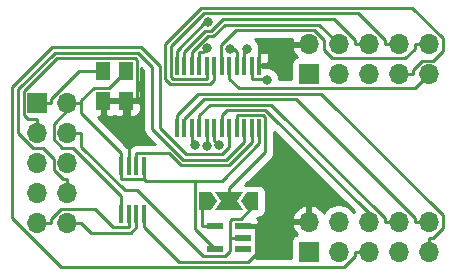
<source format=gtl>
%TF.GenerationSoftware,KiCad,Pcbnew,(5.1.6-0-10_14)*%
%TF.CreationDate,2020-09-10T16:31:07+09:00*%
%TF.ProjectId,qPCR-ledcontrol,71504352-2d6c-4656-9463-6f6e74726f6c,rev?*%
%TF.SameCoordinates,Original*%
%TF.FileFunction,Copper,L1,Top*%
%TF.FilePolarity,Positive*%
%FSLAX46Y46*%
G04 Gerber Fmt 4.6, Leading zero omitted, Abs format (unit mm)*
G04 Created by KiCad (PCBNEW (5.1.6-0-10_14)) date 2020-09-10 16:31:07*
%MOMM*%
%LPD*%
G01*
G04 APERTURE LIST*
%TA.AperFunction,SMDPad,CuDef*%
%ADD10C,0.100000*%
%TD*%
%TA.AperFunction,Conductor*%
%ADD11C,0.100000*%
%TD*%
%TA.AperFunction,ComponentPad*%
%ADD12O,1.700000X1.700000*%
%TD*%
%TA.AperFunction,ComponentPad*%
%ADD13R,1.700000X1.700000*%
%TD*%
%TA.AperFunction,SMDPad,CuDef*%
%ADD14R,1.473200X0.558800*%
%TD*%
%TA.AperFunction,SMDPad,CuDef*%
%ADD15R,0.457200X1.524000*%
%TD*%
%TA.AperFunction,SMDPad,CuDef*%
%ADD16R,0.355600X1.600200*%
%TD*%
%TA.AperFunction,SMDPad,CuDef*%
%ADD17R,1.250000X1.500000*%
%TD*%
%TA.AperFunction,ViaPad*%
%ADD18C,0.800000*%
%TD*%
%TA.AperFunction,Conductor*%
%ADD19C,0.250000*%
%TD*%
%TA.AperFunction,Conductor*%
%ADD20C,0.254000*%
%TD*%
G04 APERTURE END LIST*
%TA.AperFunction,SMDPad,CuDef*%
D10*
%TO.P,JP1,1*%
%TO.N,LED_PWM*%
G36*
X104245000Y-85730100D02*
G01*
X104745000Y-84980100D01*
X105745000Y-84980100D01*
X105745000Y-86480100D01*
X104745000Y-86480100D01*
X104245000Y-85730100D01*
G37*
%TD.AperFunction*%
%TA.AperFunction,Conductor*%
D11*
%TD*%
%TO.N,LED_BLANK*%
%TO.C,JP1*%
G36*
X102545000Y-85730100D02*
G01*
X102045000Y-84980100D01*
X104445000Y-84980100D01*
X103945000Y-85730100D01*
X104445000Y-86480100D01*
X102045000Y-86480100D01*
X102545000Y-85730100D01*
G37*
%TD.AperFunction*%
%TA.AperFunction,SMDPad,CuDef*%
D10*
%TO.P,JP1,3*%
%TO.N,Net-(JP1-Pad3)*%
G36*
X102245000Y-85730100D02*
G01*
X101745000Y-86480100D01*
X100745000Y-86480100D01*
X100745000Y-84980100D01*
X101745000Y-84980100D01*
X102245000Y-85730100D01*
G37*
%TD.AperFunction*%
%TD*%
D12*
%TO.P,N_CONN1,10*%
%TO.N,N_LED_OUT2*%
X120160000Y-72460000D03*
%TO.P,N_CONN1,9*%
%TO.N,N_LED_OUT1*%
X120160000Y-75000000D03*
%TO.P,N_CONN1,8*%
%TO.N,N_LED_OUT4*%
X117620000Y-72460000D03*
%TO.P,N_CONN1,7*%
%TO.N,N_LED_OUT3*%
X117620000Y-75000000D03*
%TO.P,N_CONN1,6*%
%TO.N,N_LED_OUT7*%
X115080000Y-72460000D03*
%TO.P,N_CONN1,5*%
%TO.N,N_LED_OUT8*%
X115080000Y-75000000D03*
%TO.P,N_CONN1,4*%
%TO.N,N_LED_OUT6*%
X112540000Y-72460000D03*
%TO.P,N_CONN1,3*%
%TO.N,VCC_LED*%
X112540000Y-75000000D03*
%TO.P,N_CONN1,2*%
%TO.N,GND*%
X110000000Y-72460000D03*
D13*
%TO.P,N_CONN1,1*%
%TO.N,N_LED_OUT5*%
X110000000Y-75000000D03*
%TD*%
%TO.P,S_CONN1,1*%
%TO.N,S_LED_OUT5*%
X110000000Y-90000000D03*
D12*
%TO.P,S_CONN1,2*%
%TO.N,GND*%
X110000000Y-87460000D03*
%TO.P,S_CONN1,3*%
%TO.N,VCC_LED*%
X112540000Y-90000000D03*
%TO.P,S_CONN1,4*%
%TO.N,S_LED_OUT6*%
X112540000Y-87460000D03*
%TO.P,S_CONN1,5*%
%TO.N,S_LED_OUT8*%
X115080000Y-90000000D03*
%TO.P,S_CONN1,6*%
%TO.N,S_LED_OUT7*%
X115080000Y-87460000D03*
%TO.P,S_CONN1,7*%
%TO.N,S_LED_OUT3*%
X117620000Y-90000000D03*
%TO.P,S_CONN1,8*%
%TO.N,S_LED_OUT4*%
X117620000Y-87460000D03*
%TO.P,S_CONN1,9*%
%TO.N,S_LED_OUT1*%
X120160000Y-90000000D03*
%TO.P,S_CONN1,10*%
%TO.N,S_LED_OUT2*%
X120160000Y-87460000D03*
%TD*%
%TO.P,U1,10*%
%TO.N,I2C_SDA*%
X89575600Y-87580000D03*
%TO.P,U1,9*%
%TO.N,I2C_SCL*%
X87035600Y-87580000D03*
%TO.P,U1,8*%
%TO.N,LED_SPI_MISO*%
X89575600Y-85040000D03*
%TO.P,U1,7*%
%TO.N,LED_SPI_MOSI*%
X87035600Y-85040000D03*
%TO.P,U1,6*%
%TO.N,LED_SPI_SCLK*%
X89575600Y-82500000D03*
%TO.P,U1,5*%
%TO.N,LED_LAT*%
X87035600Y-82500000D03*
%TO.P,U1,4*%
%TO.N,LED_PWM*%
X89575600Y-79960000D03*
%TO.P,U1,3*%
%TO.N,GND*%
X87035600Y-79960000D03*
%TO.P,U1,2*%
%TO.N,VCC_LOGIC*%
X89575600Y-77420000D03*
D13*
%TO.P,U1,1*%
%TO.N,VCC_LED*%
X87035600Y-77420000D03*
%TD*%
D14*
%TO.P,U2,5*%
%TO.N,VCC_LOGIC*%
X102051200Y-89761101D03*
%TO.P,U2,4*%
%TO.N,Net-(JP1-Pad3)*%
X102051200Y-87861099D03*
%TO.P,U2,3*%
%TO.N,GND*%
X104438800Y-87861099D03*
%TO.P,U2,2*%
%TO.N,LED_PWM*%
X104438800Y-88811100D03*
%TO.P,U2,1*%
%TO.N,Net-(U2-Pad1)*%
X104438800Y-89761101D03*
%TD*%
D15*
%TO.P,U3,8*%
%TO.N,VCC_LOGIC*%
X94120101Y-82761900D03*
%TO.P,U3,7*%
%TO.N,GND*%
X94770099Y-82761900D03*
%TO.P,U3,6*%
%TO.N,/LED_IREF*%
X95420101Y-82761900D03*
%TO.P,U3,5*%
%TO.N,VCC_LOGIC*%
X96070099Y-82761900D03*
%TO.P,U3,4*%
%TO.N,GND*%
X96070099Y-86849100D03*
%TO.P,U3,3*%
%TO.N,I2C_SDA*%
X95420101Y-86849100D03*
%TO.P,U3,2*%
%TO.N,I2C_SCL*%
X94770099Y-86849100D03*
%TO.P,U3,1*%
%TO.N,VCC_LOGIC*%
X94120101Y-86849100D03*
%TD*%
D16*
%TO.P,U4,24*%
%TO.N,VCC_LOGIC*%
X105834500Y-79573100D03*
%TO.P,U4,23*%
%TO.N,/LED_IREF*%
X105199500Y-79573100D03*
%TO.P,U4,22*%
%TO.N,LED_SPI_MISO*%
X104564500Y-79573100D03*
%TO.P,U4,21*%
%TO.N,LED_BLANK*%
X103929500Y-79573100D03*
%TO.P,U4,20*%
%TO.N,S_LED_OUT8*%
X103294500Y-79573100D03*
%TO.P,U4,19*%
%TO.N,S_LED_OUT7*%
X102659500Y-79573100D03*
%TO.P,U4,18*%
%TO.N,S_LED_OUT6*%
X102024500Y-79573100D03*
%TO.P,U4,17*%
%TO.N,S_LED_OUT5*%
X101389500Y-79573100D03*
%TO.P,U4,16*%
%TO.N,S_LED_OUT4*%
X100754500Y-79573100D03*
%TO.P,U4,15*%
%TO.N,S_LED_OUT3*%
X100119500Y-79573100D03*
%TO.P,U4,14*%
%TO.N,S_LED_OUT2*%
X99484500Y-79573100D03*
%TO.P,U4,13*%
%TO.N,S_LED_OUT1*%
X98849500Y-79573100D03*
%TO.P,U4,12*%
%TO.N,N_LED_OUT8*%
X98849500Y-74264500D03*
%TO.P,U4,11*%
%TO.N,N_LED_OUT7*%
X99484500Y-74264500D03*
%TO.P,U4,10*%
%TO.N,N_LED_OUT6*%
X100119500Y-74264500D03*
%TO.P,U4,9*%
%TO.N,N_LED_OUT5*%
X100754500Y-74264500D03*
%TO.P,U4,8*%
%TO.N,N_LED_OUT4*%
X101389500Y-74264500D03*
%TO.P,U4,7*%
%TO.N,N_LED_OUT3*%
X102024500Y-74264500D03*
%TO.P,U4,6*%
%TO.N,N_LED_OUT2*%
X102659500Y-74264500D03*
%TO.P,U4,5*%
%TO.N,N_LED_OUT1*%
X103294500Y-74264500D03*
%TO.P,U4,4*%
%TO.N,LED_LAT*%
X103929500Y-74264500D03*
%TO.P,U4,3*%
%TO.N,LED_SPI_SCLK*%
X104564500Y-74264500D03*
%TO.P,U4,2*%
%TO.N,LED_SPI_MOSI*%
X105199500Y-74264500D03*
%TO.P,U4,1*%
%TO.N,GND*%
X105834500Y-74264500D03*
%TD*%
D17*
%TO.P,C1,2*%
%TO.N,GND*%
X94510900Y-77219200D03*
%TO.P,C1,1*%
%TO.N,VCC_LOGIC*%
X94510900Y-74719200D03*
%TD*%
%TO.P,C2,1*%
%TO.N,VCC_LED*%
X92628700Y-74719200D03*
%TO.P,C2,2*%
%TO.N,GND*%
X92628700Y-77219200D03*
%TD*%
D18*
%TO.N,N_LED_OUT8*%
X101439400Y-70575000D03*
%TO.N,N_LED_OUT5*%
X101420600Y-72796800D03*
%TO.N,S_LED_OUT5*%
X101409400Y-81022100D03*
%TO.N,S_LED_OUT6*%
X102409800Y-80996700D03*
%TO.N,S_LED_OUT3*%
X100409000Y-80991600D03*
%TO.N,LED_SPI_MOSI*%
X106494100Y-75440000D03*
%TO.N,LED_SPI_SCLK*%
X104784700Y-72846100D03*
%TO.N,LED_LAT*%
X103340900Y-72851600D03*
%TD*%
D19*
%TO.N,LED_PWM*%
X89575600Y-79960000D02*
X90750900Y-79960000D01*
X103376900Y-88811100D02*
X103376900Y-89940900D01*
X103376900Y-89940900D02*
X102928700Y-90389100D01*
X102928700Y-90389100D02*
X101094100Y-90389100D01*
X101094100Y-90389100D02*
X95498100Y-84793100D01*
X95498100Y-84793100D02*
X94408700Y-84793100D01*
X94408700Y-84793100D02*
X90750900Y-81135300D01*
X90750900Y-81135300D02*
X90750900Y-79960000D01*
X103489500Y-88811100D02*
X103376900Y-88811100D01*
X103376900Y-88811100D02*
X103376900Y-87384200D01*
X103376900Y-87384200D02*
X103504800Y-87256300D01*
X103504800Y-87256300D02*
X104244600Y-87256300D01*
X104244600Y-87256300D02*
X105245000Y-86255900D01*
X105245000Y-86255900D02*
X105245000Y-85730100D01*
X104438800Y-88811100D02*
X103489500Y-88811100D01*
%TO.N,LED_BLANK*%
X103929500Y-79573100D02*
X103929500Y-78447700D01*
X103245000Y-85730100D02*
X103245000Y-84654800D01*
X103245000Y-84654800D02*
X106344800Y-81555000D01*
X106344800Y-81555000D02*
X106344800Y-78640600D01*
X106344800Y-78640600D02*
X106151900Y-78447700D01*
X106151900Y-78447700D02*
X103929500Y-78447700D01*
%TO.N,Net-(JP1-Pad3)*%
X102051200Y-87861100D02*
X100989300Y-87861100D01*
X100989300Y-87861100D02*
X100989300Y-85985800D01*
X100989300Y-85985800D02*
X101245000Y-85730100D01*
%TO.N,N_LED_OUT2*%
X120160000Y-72460000D02*
X118984700Y-72460000D01*
X102659500Y-74264500D02*
X102593400Y-74198400D01*
X102593400Y-74198400D02*
X102593400Y-72538800D01*
X102593400Y-72538800D02*
X103852000Y-71280200D01*
X103852000Y-71280200D02*
X110486600Y-71280200D01*
X110486600Y-71280200D02*
X111270000Y-72063600D01*
X111270000Y-72063600D02*
X111270000Y-72947800D01*
X111270000Y-72947800D02*
X111957500Y-73635300D01*
X111957500Y-73635300D02*
X118176800Y-73635300D01*
X118176800Y-73635300D02*
X118984700Y-72827400D01*
X118984700Y-72827400D02*
X118984700Y-72460000D01*
%TO.N,N_LED_OUT1*%
X103294500Y-74264500D02*
X103294500Y-75389900D01*
X103294500Y-75389900D02*
X104080000Y-76175400D01*
X104080000Y-76175400D02*
X118984600Y-76175400D01*
X118984600Y-76175400D02*
X120160000Y-75000000D01*
%TO.N,N_LED_OUT4*%
X117620000Y-72460000D02*
X116444700Y-72460000D01*
X101389500Y-74264500D02*
X101389500Y-75389900D01*
X101389500Y-75389900D02*
X98475400Y-75389900D01*
X98475400Y-75389900D02*
X98309100Y-75223600D01*
X98309100Y-75223600D02*
X98309100Y-72618700D01*
X98309100Y-72618700D02*
X101104300Y-69823500D01*
X101104300Y-69823500D02*
X114175500Y-69823500D01*
X114175500Y-69823500D02*
X116444700Y-72092700D01*
X116444700Y-72092700D02*
X116444700Y-72460000D01*
%TO.N,N_LED_OUT3*%
X117620000Y-75000000D02*
X118795300Y-75000000D01*
X102024500Y-74264500D02*
X102024500Y-75430400D01*
X102024500Y-75430400D02*
X101606400Y-75848500D01*
X101606400Y-75848500D02*
X98277400Y-75848500D01*
X98277400Y-75848500D02*
X97853200Y-75424300D01*
X97853200Y-75424300D02*
X97853200Y-72385600D01*
X97853200Y-72385600D02*
X100903400Y-69335400D01*
X100903400Y-69335400D02*
X118723500Y-69335400D01*
X118723500Y-69335400D02*
X121338700Y-71950600D01*
X121338700Y-71950600D02*
X121338700Y-73032100D01*
X121338700Y-73032100D02*
X120546100Y-73824700D01*
X120546100Y-73824700D02*
X119603200Y-73824700D01*
X119603200Y-73824700D02*
X118795300Y-74632600D01*
X118795300Y-74632600D02*
X118795300Y-75000000D01*
%TO.N,N_LED_OUT7*%
X99484500Y-74264500D02*
X99484500Y-73070000D01*
X99484500Y-73070000D02*
X101254200Y-71300300D01*
X101254200Y-71300300D02*
X101739900Y-71300300D01*
X101739900Y-71300300D02*
X102716400Y-70323800D01*
X102716400Y-70323800D02*
X112135800Y-70323800D01*
X112135800Y-70323800D02*
X113904700Y-72092700D01*
X113904700Y-72092700D02*
X113904700Y-72460000D01*
X115080000Y-72460000D02*
X113904700Y-72460000D01*
%TO.N,N_LED_OUT8*%
X98849500Y-74264500D02*
X98849500Y-72988600D01*
X98849500Y-72988600D02*
X101263100Y-70575000D01*
X101263100Y-70575000D02*
X101439400Y-70575000D01*
%TO.N,N_LED_OUT6*%
X100119500Y-73139100D02*
X100119500Y-73072000D01*
X100119500Y-73072000D02*
X101440900Y-71750600D01*
X101440900Y-71750600D02*
X101926500Y-71750600D01*
X101926500Y-71750600D02*
X102899500Y-70777600D01*
X102899500Y-70777600D02*
X110857600Y-70777600D01*
X110857600Y-70777600D02*
X112540000Y-72460000D01*
X100119500Y-74264500D02*
X100119500Y-73139100D01*
%TO.N,VCC_LED*%
X87035600Y-77420000D02*
X88210900Y-77420000D01*
X92628700Y-74719200D02*
X90544400Y-74719200D01*
X90544400Y-74719200D02*
X88210900Y-77052700D01*
X88210900Y-77052700D02*
X88210900Y-77420000D01*
%TO.N,GND*%
X105553300Y-87861100D02*
X104438800Y-87861100D01*
X108824700Y-87460000D02*
X108423600Y-87861100D01*
X108423600Y-87861100D02*
X105553300Y-87861100D01*
X105553300Y-87861100D02*
X105553300Y-90171100D01*
X105553300Y-90171100D02*
X104874300Y-90850100D01*
X104874300Y-90850100D02*
X98983800Y-90850100D01*
X98983800Y-90850100D02*
X96070100Y-87936400D01*
X96070100Y-86849100D02*
X96070100Y-87936400D01*
X87035600Y-78784700D02*
X86227500Y-78784700D01*
X86227500Y-78784700D02*
X85860300Y-78417500D01*
X85860300Y-78417500D02*
X85860300Y-76434900D01*
X85860300Y-76434900D02*
X88695800Y-73599400D01*
X88695800Y-73599400D02*
X95290800Y-73599400D01*
X95290800Y-73599400D02*
X95461200Y-73769800D01*
X95461200Y-73769800D02*
X95461200Y-77219200D01*
X94770100Y-82761900D02*
X94770100Y-81674600D01*
X94759700Y-77219200D02*
X94759700Y-81664200D01*
X94759700Y-81664200D02*
X94770100Y-81674600D01*
X94759700Y-77219200D02*
X95461200Y-77219200D01*
X94510900Y-77219200D02*
X94759700Y-77219200D01*
X94510900Y-77219200D02*
X92628700Y-77219200D01*
X87035600Y-79960000D02*
X87035600Y-78784700D01*
X105834500Y-74264500D02*
X105834500Y-73139100D01*
X110000000Y-72460000D02*
X108824700Y-72460000D01*
X108824700Y-72460000D02*
X108145600Y-73139100D01*
X108145600Y-73139100D02*
X105834500Y-73139100D01*
X110000000Y-87460000D02*
X108824700Y-87460000D01*
%TO.N,N_LED_OUT5*%
X100754500Y-74264500D02*
X100754500Y-73139100D01*
X100754500Y-73139100D02*
X101078300Y-73139100D01*
X101078300Y-73139100D02*
X101420600Y-72796800D01*
%TO.N,S_LED_OUT5*%
X101389500Y-79573100D02*
X101389500Y-81002200D01*
X101389500Y-81002200D02*
X101409400Y-81022100D01*
%TO.N,S_LED_OUT6*%
X102409800Y-80996700D02*
X102024500Y-80611400D01*
X102024500Y-80611400D02*
X102024500Y-79573100D01*
%TO.N,S_LED_OUT8*%
X115080000Y-90000000D02*
X113904700Y-90000000D01*
X103294500Y-79573100D02*
X103294500Y-81179300D01*
X103294500Y-81179300D02*
X102698100Y-81775700D01*
X102698100Y-81775700D02*
X99606400Y-81775700D01*
X99606400Y-81775700D02*
X97402800Y-79572100D01*
X97402800Y-79572100D02*
X97402800Y-74310000D01*
X97402800Y-74310000D02*
X95791400Y-72698600D01*
X95791400Y-72698600D02*
X88306700Y-72698600D01*
X88306700Y-72698600D02*
X84909900Y-76095400D01*
X84909900Y-76095400D02*
X84909900Y-87152100D01*
X84909900Y-87152100D02*
X89058300Y-91300500D01*
X89058300Y-91300500D02*
X112971500Y-91300500D01*
X112971500Y-91300500D02*
X113904700Y-90367300D01*
X113904700Y-90367300D02*
X113904700Y-90000000D01*
%TO.N,S_LED_OUT7*%
X102659500Y-79573100D02*
X102659500Y-78447700D01*
X102659500Y-78447700D02*
X103109800Y-77997400D01*
X103109800Y-77997400D02*
X106341100Y-77997400D01*
X106341100Y-77997400D02*
X115080000Y-86736300D01*
X115080000Y-86736300D02*
X115080000Y-87460000D01*
%TO.N,S_LED_OUT3*%
X100119500Y-79573100D02*
X100119500Y-80702100D01*
X100119500Y-80702100D02*
X100409000Y-80991600D01*
%TO.N,S_LED_OUT4*%
X116444700Y-87460000D02*
X116444700Y-87155100D01*
X116444700Y-87155100D02*
X106836700Y-77547100D01*
X106836700Y-77547100D02*
X101655100Y-77547100D01*
X101655100Y-77547100D02*
X100754500Y-78447700D01*
X117620000Y-87460000D02*
X116444700Y-87460000D01*
X100754500Y-79573100D02*
X100754500Y-78447700D01*
%TO.N,S_LED_OUT1*%
X120160000Y-90000000D02*
X120160000Y-88824700D01*
X98849500Y-79573100D02*
X98849500Y-78447700D01*
X98849500Y-78447700D02*
X100659200Y-76638000D01*
X100659200Y-76638000D02*
X111038100Y-76638000D01*
X111038100Y-76638000D02*
X121335300Y-86935200D01*
X121335300Y-86935200D02*
X121335300Y-88016800D01*
X121335300Y-88016800D02*
X120527400Y-88824700D01*
X120527400Y-88824700D02*
X120160000Y-88824700D01*
%TO.N,S_LED_OUT2*%
X99484500Y-79573100D02*
X99484500Y-78756700D01*
X99484500Y-78756700D02*
X101152800Y-77088400D01*
X101152800Y-77088400D02*
X108919300Y-77088400D01*
X108919300Y-77088400D02*
X118984700Y-87153800D01*
X118984700Y-87153800D02*
X118984700Y-87460000D01*
X120160000Y-87460000D02*
X118984700Y-87460000D01*
%TO.N,I2C_SDA*%
X95420100Y-86849100D02*
X95420100Y-87936400D01*
X89575600Y-87580000D02*
X90750900Y-87580000D01*
X90750900Y-87580000D02*
X91561500Y-88390600D01*
X91561500Y-88390600D02*
X94965900Y-88390600D01*
X94965900Y-88390600D02*
X95420100Y-87936400D01*
%TO.N,I2C_SCL*%
X87035600Y-87580000D02*
X88210900Y-87580000D01*
X94770100Y-86849100D02*
X94770100Y-87936400D01*
X94770100Y-87936400D02*
X93412100Y-87936400D01*
X93412100Y-87936400D02*
X91880400Y-86404700D01*
X91880400Y-86404700D02*
X89018800Y-86404700D01*
X89018800Y-86404700D02*
X88210900Y-87212600D01*
X88210900Y-87212600D02*
X88210900Y-87580000D01*
%TO.N,LED_SPI_MISO*%
X89575600Y-83864700D02*
X89208200Y-83864700D01*
X89208200Y-83864700D02*
X88400300Y-83056800D01*
X88400300Y-83056800D02*
X88400300Y-82172800D01*
X88400300Y-82172800D02*
X87475400Y-81247900D01*
X87475400Y-81247900D02*
X86648000Y-81247900D01*
X86648000Y-81247900D02*
X85376100Y-79976000D01*
X85376100Y-79976000D02*
X85376100Y-76272100D01*
X85376100Y-76272100D02*
X88499200Y-73149000D01*
X88499200Y-73149000D02*
X95544400Y-73149000D01*
X95544400Y-73149000D02*
X96772100Y-74376700D01*
X96772100Y-74376700D02*
X96772100Y-79657900D01*
X96772100Y-79657900D02*
X99340200Y-82226000D01*
X99340200Y-82226000D02*
X103037000Y-82226000D01*
X103037000Y-82226000D02*
X104564500Y-80698500D01*
X89575600Y-85040000D02*
X89575600Y-83864700D01*
X104564500Y-79573100D02*
X104564500Y-80698500D01*
%TO.N,LED_SPI_MOSI*%
X105199500Y-75389900D02*
X106444000Y-75389900D01*
X106444000Y-75389900D02*
X106494100Y-75440000D01*
X105199500Y-74264500D02*
X105199500Y-75389900D01*
%TO.N,LED_SPI_SCLK*%
X104564500Y-73139100D02*
X104784700Y-72918900D01*
X104784700Y-72918900D02*
X104784700Y-72846100D01*
X104564500Y-74264500D02*
X104564500Y-73139100D01*
%TO.N,LED_LAT*%
X103929500Y-73139100D02*
X103642000Y-72851600D01*
X103642000Y-72851600D02*
X103340900Y-72851600D01*
X103929500Y-74264500D02*
X103929500Y-73139100D01*
%TO.N,VCC_LOGIC*%
X100375400Y-84001300D02*
X102661200Y-84001300D01*
X102661200Y-84001300D02*
X105834500Y-80828000D01*
X105834500Y-80828000D02*
X105834500Y-80698500D01*
X105834500Y-79573100D02*
X105834500Y-80698500D01*
X96070100Y-83849200D02*
X96222200Y-84001300D01*
X96222200Y-84001300D02*
X100375400Y-84001300D01*
X100375400Y-84001300D02*
X100375400Y-88085300D01*
X100375400Y-88085300D02*
X102051200Y-89761100D01*
X96070100Y-82761900D02*
X96070100Y-83849200D01*
X94120100Y-82761900D02*
X94120100Y-83849200D01*
X94120100Y-83849200D02*
X96070100Y-83849200D01*
X94120100Y-82218200D02*
X94120100Y-82761900D01*
X94120100Y-82218200D02*
X94120100Y-81674600D01*
X90163300Y-77420000D02*
X88400200Y-79183100D01*
X88400200Y-79183100D02*
X88400200Y-80485600D01*
X88400200Y-80485600D02*
X89144600Y-81230000D01*
X89144600Y-81230000D02*
X90075700Y-81230000D01*
X90075700Y-81230000D02*
X94120100Y-85274400D01*
X94120100Y-85274400D02*
X94120100Y-86849100D01*
X90163300Y-77420000D02*
X90750900Y-77420000D01*
X89575600Y-77420000D02*
X90163300Y-77420000D01*
X94120100Y-81674600D02*
X90750900Y-78305400D01*
X90750900Y-78305400D02*
X90750900Y-77420000D01*
X90750900Y-77420000D02*
X90750900Y-77199600D01*
X90750900Y-77199600D02*
X91833500Y-76117000D01*
X91833500Y-76117000D02*
X93113100Y-76117000D01*
X93113100Y-76117000D02*
X94510900Y-74719200D01*
%TO.N,/LED_IREF*%
X95420100Y-81674600D02*
X98151900Y-81674600D01*
X98151900Y-81674600D02*
X99153600Y-82676300D01*
X99153600Y-82676300D02*
X103274800Y-82676300D01*
X103274800Y-82676300D02*
X105199500Y-80751600D01*
X105199500Y-80751600D02*
X105199500Y-79573100D01*
X95420100Y-82761900D02*
X95420100Y-81674600D01*
%TD*%
D20*
%TO.N,GND*%
G36*
X113868743Y-86599845D02*
G01*
X113810000Y-86687760D01*
X113693475Y-86513368D01*
X113486632Y-86306525D01*
X113243411Y-86144010D01*
X112973158Y-86032068D01*
X112686260Y-85975000D01*
X112393740Y-85975000D01*
X112106842Y-86032068D01*
X111836589Y-86144010D01*
X111593368Y-86306525D01*
X111386525Y-86513368D01*
X111264805Y-86695534D01*
X111195178Y-86578645D01*
X111000269Y-86362412D01*
X110766920Y-86188359D01*
X110504099Y-86063175D01*
X110356890Y-86018524D01*
X110127000Y-86139845D01*
X110127000Y-87333000D01*
X110147000Y-87333000D01*
X110147000Y-87587000D01*
X110127000Y-87587000D01*
X110127000Y-87607000D01*
X109873000Y-87607000D01*
X109873000Y-87587000D01*
X108679186Y-87587000D01*
X108558519Y-87816891D01*
X108655843Y-88091252D01*
X108804822Y-88341355D01*
X108981626Y-88537502D01*
X108905820Y-88560498D01*
X108795506Y-88619463D01*
X108698815Y-88698815D01*
X108619463Y-88795506D01*
X108560498Y-88905820D01*
X108524188Y-89025518D01*
X108511928Y-89150000D01*
X108511928Y-90540500D01*
X105567105Y-90540500D01*
X105626585Y-90491686D01*
X105705937Y-90394995D01*
X105764902Y-90284681D01*
X105801212Y-90164983D01*
X105813472Y-90040501D01*
X105813472Y-89481701D01*
X105801212Y-89357219D01*
X105779638Y-89286101D01*
X105801212Y-89214982D01*
X105813472Y-89090500D01*
X105813472Y-88531700D01*
X105801212Y-88407218D01*
X105779621Y-88336043D01*
X105800834Y-88266865D01*
X105810400Y-88146849D01*
X105651650Y-87988099D01*
X105505453Y-87988099D01*
X105419580Y-87942198D01*
X105299882Y-87905888D01*
X105175400Y-87893628D01*
X104664472Y-87893628D01*
X104668876Y-87891274D01*
X104784601Y-87796301D01*
X104808404Y-87767298D01*
X104841602Y-87734099D01*
X105651650Y-87734099D01*
X105810400Y-87575349D01*
X105800834Y-87455333D01*
X105764164Y-87335745D01*
X105704867Y-87225609D01*
X105625224Y-87129157D01*
X105611756Y-87118172D01*
X105745000Y-87118172D01*
X105869482Y-87105912D01*
X105878722Y-87103109D01*
X108558519Y-87103109D01*
X108679186Y-87333000D01*
X109873000Y-87333000D01*
X109873000Y-86139845D01*
X109643110Y-86018524D01*
X109495901Y-86063175D01*
X109233080Y-86188359D01*
X108999731Y-86362412D01*
X108804822Y-86578645D01*
X108655843Y-86828748D01*
X108558519Y-87103109D01*
X105878722Y-87103109D01*
X105989180Y-87069602D01*
X106099494Y-87010637D01*
X106196185Y-86931285D01*
X106275537Y-86834594D01*
X106334502Y-86724280D01*
X106370812Y-86604582D01*
X106383072Y-86480100D01*
X106383072Y-84980100D01*
X106370812Y-84855618D01*
X106334502Y-84735920D01*
X106275537Y-84625606D01*
X106196185Y-84528915D01*
X106099494Y-84449563D01*
X105989180Y-84390598D01*
X105869482Y-84354288D01*
X105745000Y-84342028D01*
X104745000Y-84342028D01*
X104620217Y-84354384D01*
X106855804Y-82118798D01*
X106884801Y-82095001D01*
X106979774Y-81979276D01*
X107050346Y-81847247D01*
X107093803Y-81703986D01*
X107104800Y-81592333D01*
X107104800Y-81592324D01*
X107108476Y-81555001D01*
X107104800Y-81517678D01*
X107104800Y-79835901D01*
X113868743Y-86599845D01*
G37*
X113868743Y-86599845D02*
X113810000Y-86687760D01*
X113693475Y-86513368D01*
X113486632Y-86306525D01*
X113243411Y-86144010D01*
X112973158Y-86032068D01*
X112686260Y-85975000D01*
X112393740Y-85975000D01*
X112106842Y-86032068D01*
X111836589Y-86144010D01*
X111593368Y-86306525D01*
X111386525Y-86513368D01*
X111264805Y-86695534D01*
X111195178Y-86578645D01*
X111000269Y-86362412D01*
X110766920Y-86188359D01*
X110504099Y-86063175D01*
X110356890Y-86018524D01*
X110127000Y-86139845D01*
X110127000Y-87333000D01*
X110147000Y-87333000D01*
X110147000Y-87587000D01*
X110127000Y-87587000D01*
X110127000Y-87607000D01*
X109873000Y-87607000D01*
X109873000Y-87587000D01*
X108679186Y-87587000D01*
X108558519Y-87816891D01*
X108655843Y-88091252D01*
X108804822Y-88341355D01*
X108981626Y-88537502D01*
X108905820Y-88560498D01*
X108795506Y-88619463D01*
X108698815Y-88698815D01*
X108619463Y-88795506D01*
X108560498Y-88905820D01*
X108524188Y-89025518D01*
X108511928Y-89150000D01*
X108511928Y-90540500D01*
X105567105Y-90540500D01*
X105626585Y-90491686D01*
X105705937Y-90394995D01*
X105764902Y-90284681D01*
X105801212Y-90164983D01*
X105813472Y-90040501D01*
X105813472Y-89481701D01*
X105801212Y-89357219D01*
X105779638Y-89286101D01*
X105801212Y-89214982D01*
X105813472Y-89090500D01*
X105813472Y-88531700D01*
X105801212Y-88407218D01*
X105779621Y-88336043D01*
X105800834Y-88266865D01*
X105810400Y-88146849D01*
X105651650Y-87988099D01*
X105505453Y-87988099D01*
X105419580Y-87942198D01*
X105299882Y-87905888D01*
X105175400Y-87893628D01*
X104664472Y-87893628D01*
X104668876Y-87891274D01*
X104784601Y-87796301D01*
X104808404Y-87767298D01*
X104841602Y-87734099D01*
X105651650Y-87734099D01*
X105810400Y-87575349D01*
X105800834Y-87455333D01*
X105764164Y-87335745D01*
X105704867Y-87225609D01*
X105625224Y-87129157D01*
X105611756Y-87118172D01*
X105745000Y-87118172D01*
X105869482Y-87105912D01*
X105878722Y-87103109D01*
X108558519Y-87103109D01*
X108679186Y-87333000D01*
X109873000Y-87333000D01*
X109873000Y-86139845D01*
X109643110Y-86018524D01*
X109495901Y-86063175D01*
X109233080Y-86188359D01*
X108999731Y-86362412D01*
X108804822Y-86578645D01*
X108655843Y-86828748D01*
X108558519Y-87103109D01*
X105878722Y-87103109D01*
X105989180Y-87069602D01*
X106099494Y-87010637D01*
X106196185Y-86931285D01*
X106275537Y-86834594D01*
X106334502Y-86724280D01*
X106370812Y-86604582D01*
X106383072Y-86480100D01*
X106383072Y-84980100D01*
X106370812Y-84855618D01*
X106334502Y-84735920D01*
X106275537Y-84625606D01*
X106196185Y-84528915D01*
X106099494Y-84449563D01*
X105989180Y-84390598D01*
X105869482Y-84354288D01*
X105745000Y-84342028D01*
X104745000Y-84342028D01*
X104620217Y-84354384D01*
X106855804Y-82118798D01*
X106884801Y-82095001D01*
X106979774Y-81979276D01*
X107050346Y-81847247D01*
X107093803Y-81703986D01*
X107104800Y-81592333D01*
X107104800Y-81592324D01*
X107108476Y-81555001D01*
X107104800Y-81517678D01*
X107104800Y-79835901D01*
X113868743Y-86599845D01*
G36*
X96012100Y-74691502D02*
G01*
X96012101Y-79620568D01*
X96008424Y-79657900D01*
X96012101Y-79695233D01*
X96023098Y-79806886D01*
X96035486Y-79847724D01*
X96066554Y-79950146D01*
X96137126Y-80082176D01*
X96202718Y-80162099D01*
X96232100Y-80197901D01*
X96261098Y-80221699D01*
X96953999Y-80914600D01*
X95457433Y-80914600D01*
X95420100Y-80910923D01*
X95382767Y-80914600D01*
X95271114Y-80925597D01*
X95127853Y-80969054D01*
X94995824Y-81039626D01*
X94880099Y-81134599D01*
X94785126Y-81250324D01*
X94770100Y-81278435D01*
X94755074Y-81250324D01*
X94660101Y-81134599D01*
X94631103Y-81110801D01*
X92126462Y-78606160D01*
X92342950Y-78604200D01*
X92501700Y-78445450D01*
X92501700Y-77346200D01*
X92755700Y-77346200D01*
X92755700Y-78445450D01*
X92914450Y-78604200D01*
X93253700Y-78607272D01*
X93378182Y-78595012D01*
X93497880Y-78558702D01*
X93569800Y-78520259D01*
X93641720Y-78558702D01*
X93761418Y-78595012D01*
X93885900Y-78607272D01*
X94225150Y-78604200D01*
X94383900Y-78445450D01*
X94383900Y-77346200D01*
X94637900Y-77346200D01*
X94637900Y-78445450D01*
X94796650Y-78604200D01*
X95135900Y-78607272D01*
X95260382Y-78595012D01*
X95380080Y-78558702D01*
X95490394Y-78499737D01*
X95587085Y-78420385D01*
X95666437Y-78323694D01*
X95725402Y-78213380D01*
X95761712Y-78093682D01*
X95773972Y-77969200D01*
X95770900Y-77504950D01*
X95612150Y-77346200D01*
X94637900Y-77346200D01*
X94383900Y-77346200D01*
X92755700Y-77346200D01*
X92501700Y-77346200D01*
X92481700Y-77346200D01*
X92481700Y-77092200D01*
X92501700Y-77092200D01*
X92501700Y-77072200D01*
X92755700Y-77072200D01*
X92755700Y-77092200D01*
X94383900Y-77092200D01*
X94383900Y-77072200D01*
X94637900Y-77072200D01*
X94637900Y-77092200D01*
X95612150Y-77092200D01*
X95770900Y-76933450D01*
X95773972Y-76469200D01*
X95761712Y-76344718D01*
X95725402Y-76225020D01*
X95666437Y-76114706D01*
X95587085Y-76018015D01*
X95527604Y-75969200D01*
X95587085Y-75920385D01*
X95666437Y-75823694D01*
X95725402Y-75713380D01*
X95761712Y-75593682D01*
X95773972Y-75469200D01*
X95773972Y-74453374D01*
X96012100Y-74691502D01*
G37*
X96012100Y-74691502D02*
X96012101Y-79620568D01*
X96008424Y-79657900D01*
X96012101Y-79695233D01*
X96023098Y-79806886D01*
X96035486Y-79847724D01*
X96066554Y-79950146D01*
X96137126Y-80082176D01*
X96202718Y-80162099D01*
X96232100Y-80197901D01*
X96261098Y-80221699D01*
X96953999Y-80914600D01*
X95457433Y-80914600D01*
X95420100Y-80910923D01*
X95382767Y-80914600D01*
X95271114Y-80925597D01*
X95127853Y-80969054D01*
X94995824Y-81039626D01*
X94880099Y-81134599D01*
X94785126Y-81250324D01*
X94770100Y-81278435D01*
X94755074Y-81250324D01*
X94660101Y-81134599D01*
X94631103Y-81110801D01*
X92126462Y-78606160D01*
X92342950Y-78604200D01*
X92501700Y-78445450D01*
X92501700Y-77346200D01*
X92755700Y-77346200D01*
X92755700Y-78445450D01*
X92914450Y-78604200D01*
X93253700Y-78607272D01*
X93378182Y-78595012D01*
X93497880Y-78558702D01*
X93569800Y-78520259D01*
X93641720Y-78558702D01*
X93761418Y-78595012D01*
X93885900Y-78607272D01*
X94225150Y-78604200D01*
X94383900Y-78445450D01*
X94383900Y-77346200D01*
X94637900Y-77346200D01*
X94637900Y-78445450D01*
X94796650Y-78604200D01*
X95135900Y-78607272D01*
X95260382Y-78595012D01*
X95380080Y-78558702D01*
X95490394Y-78499737D01*
X95587085Y-78420385D01*
X95666437Y-78323694D01*
X95725402Y-78213380D01*
X95761712Y-78093682D01*
X95773972Y-77969200D01*
X95770900Y-77504950D01*
X95612150Y-77346200D01*
X94637900Y-77346200D01*
X94383900Y-77346200D01*
X92755700Y-77346200D01*
X92501700Y-77346200D01*
X92481700Y-77346200D01*
X92481700Y-77092200D01*
X92501700Y-77092200D01*
X92501700Y-77072200D01*
X92755700Y-77072200D01*
X92755700Y-77092200D01*
X94383900Y-77092200D01*
X94383900Y-77072200D01*
X94637900Y-77072200D01*
X94637900Y-77092200D01*
X95612150Y-77092200D01*
X95770900Y-76933450D01*
X95773972Y-76469200D01*
X95761712Y-76344718D01*
X95725402Y-76225020D01*
X95666437Y-76114706D01*
X95587085Y-76018015D01*
X95527604Y-75969200D01*
X95587085Y-75920385D01*
X95666437Y-75823694D01*
X95725402Y-75713380D01*
X95761712Y-75593682D01*
X95773972Y-75469200D01*
X95773972Y-74453374D01*
X96012100Y-74691502D01*
G36*
X87162600Y-79833000D02*
G01*
X87182600Y-79833000D01*
X87182600Y-80087000D01*
X87162600Y-80087000D01*
X87162600Y-80107000D01*
X86908600Y-80107000D01*
X86908600Y-80087000D01*
X86888600Y-80087000D01*
X86888600Y-79833000D01*
X86908600Y-79833000D01*
X86908600Y-79813000D01*
X87162600Y-79813000D01*
X87162600Y-79833000D01*
G37*
X87162600Y-79833000D02*
X87182600Y-79833000D01*
X87182600Y-80087000D01*
X87162600Y-80087000D01*
X87162600Y-80107000D01*
X86908600Y-80107000D01*
X86908600Y-80087000D01*
X86888600Y-80087000D01*
X86888600Y-79833000D01*
X86908600Y-79833000D01*
X86908600Y-79813000D01*
X87162600Y-79813000D01*
X87162600Y-79833000D01*
G36*
X108558519Y-72103109D02*
G01*
X108679186Y-72333000D01*
X109873000Y-72333000D01*
X109873000Y-72313000D01*
X110127000Y-72313000D01*
X110127000Y-72333000D01*
X110147000Y-72333000D01*
X110147000Y-72587000D01*
X110127000Y-72587000D01*
X110127000Y-72607000D01*
X109873000Y-72607000D01*
X109873000Y-72587000D01*
X108679186Y-72587000D01*
X108558519Y-72816891D01*
X108655843Y-73091252D01*
X108804822Y-73341355D01*
X108981626Y-73537502D01*
X108905820Y-73560498D01*
X108795506Y-73619463D01*
X108698815Y-73698815D01*
X108619463Y-73795506D01*
X108560498Y-73905820D01*
X108524188Y-74025518D01*
X108511928Y-74150000D01*
X108511928Y-75415400D01*
X107529100Y-75415400D01*
X107529100Y-75338061D01*
X107489326Y-75138102D01*
X107411305Y-74949744D01*
X107298037Y-74780226D01*
X107153874Y-74636063D01*
X106984356Y-74522795D01*
X106795998Y-74444774D01*
X106596039Y-74405000D01*
X106502050Y-74405000D01*
X106488550Y-74391500D01*
X106015372Y-74391500D01*
X106015372Y-74137500D01*
X106488550Y-74137500D01*
X106647300Y-73978750D01*
X106650308Y-73473463D01*
X106639817Y-73348819D01*
X106605210Y-73228618D01*
X106547819Y-73117477D01*
X106469848Y-73019669D01*
X106374293Y-72938951D01*
X106264828Y-72878426D01*
X106145658Y-72840420D01*
X106044050Y-72829400D01*
X105885300Y-72988150D01*
X105885300Y-73082444D01*
X105828485Y-73013215D01*
X105809788Y-72997871D01*
X105819700Y-72948039D01*
X105819700Y-72744161D01*
X105779926Y-72544202D01*
X105701905Y-72355844D01*
X105588637Y-72186326D01*
X105444474Y-72042163D01*
X105441536Y-72040200D01*
X108580835Y-72040200D01*
X108558519Y-72103109D01*
G37*
X108558519Y-72103109D02*
X108679186Y-72333000D01*
X109873000Y-72333000D01*
X109873000Y-72313000D01*
X110127000Y-72313000D01*
X110127000Y-72333000D01*
X110147000Y-72333000D01*
X110147000Y-72587000D01*
X110127000Y-72587000D01*
X110127000Y-72607000D01*
X109873000Y-72607000D01*
X109873000Y-72587000D01*
X108679186Y-72587000D01*
X108558519Y-72816891D01*
X108655843Y-73091252D01*
X108804822Y-73341355D01*
X108981626Y-73537502D01*
X108905820Y-73560498D01*
X108795506Y-73619463D01*
X108698815Y-73698815D01*
X108619463Y-73795506D01*
X108560498Y-73905820D01*
X108524188Y-74025518D01*
X108511928Y-74150000D01*
X108511928Y-75415400D01*
X107529100Y-75415400D01*
X107529100Y-75338061D01*
X107489326Y-75138102D01*
X107411305Y-74949744D01*
X107298037Y-74780226D01*
X107153874Y-74636063D01*
X106984356Y-74522795D01*
X106795998Y-74444774D01*
X106596039Y-74405000D01*
X106502050Y-74405000D01*
X106488550Y-74391500D01*
X106015372Y-74391500D01*
X106015372Y-74137500D01*
X106488550Y-74137500D01*
X106647300Y-73978750D01*
X106650308Y-73473463D01*
X106639817Y-73348819D01*
X106605210Y-73228618D01*
X106547819Y-73117477D01*
X106469848Y-73019669D01*
X106374293Y-72938951D01*
X106264828Y-72878426D01*
X106145658Y-72840420D01*
X106044050Y-72829400D01*
X105885300Y-72988150D01*
X105885300Y-73082444D01*
X105828485Y-73013215D01*
X105809788Y-72997871D01*
X105819700Y-72948039D01*
X105819700Y-72744161D01*
X105779926Y-72544202D01*
X105701905Y-72355844D01*
X105588637Y-72186326D01*
X105444474Y-72042163D01*
X105441536Y-72040200D01*
X108580835Y-72040200D01*
X108558519Y-72103109D01*
%TD*%
M02*

</source>
